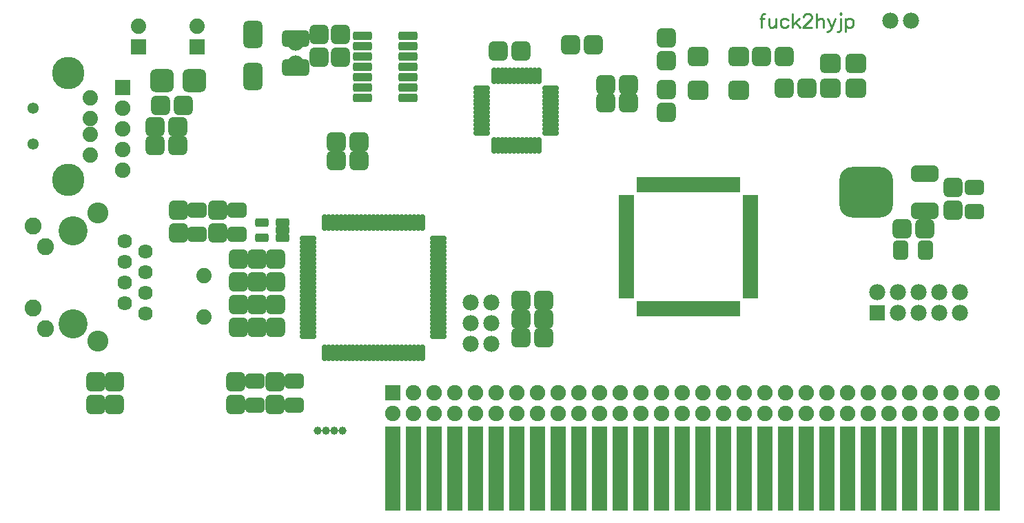
<source format=gts>
G04*
G04  File:            ZXINET.GTS, Wed Apr 03 20:41:27 2019*
G04  Source:          P-CAD 2006 PCB, Version 19.02.958, (Z:\home\lvd\d\zxiznet\pcad\revD\zxinet.pcb)*
G04  Format:          Gerber Format (RS-274-D), ASCII*
G04*
G04  Format Options:  Absolute Positioning*
G04                   Leading-Zero Suppression*
G04                   Scale Factor 1:1*
G04                   NO Circular Interpolation*
G04                   Millimeter Units*
G04                   Numeric Format: 4.4 (XXXX.XXXX)*
G04                   G54 NOT Used for Aperture Change*
G04                   Apertures Embedded*
G04*
G04  File Options:    Offset = (0.000mm,0.000mm)*
G04                   Drill Symbol Size = 2.032mm*
G04                   No Pad/Via Holes*
G04*
G04  File Contents:   Pads*
G04                   No Vias*
G04                   No Designators*
G04                   No Types*
G04                   No Values*
G04                   No Drill Symbols*
G04                   Top Mask*
G04*
%INZXINET.GTS*%
%ICAS*%
%MOMM*%
G04*
G04  Aperture MACROs for general use --- invoked via D-code assignment *
G04*
G04  General MACRO for flashed round with rotation and/or offset hole *
%AMROTOFFROUND*
1,1,$1,0.0000,0.0000*
1,0,$2,$3,$4*%
G04*
G04  General MACRO for flashed oval (obround) with rotation and/or offset hole *
%AMROTOFFOVAL*
21,1,$1,$2,0.0000,0.0000,$3*
1,1,$4,$5,$6*
1,1,$4,0-$5,0-$6*
1,0,$7,$8,$9*%
G04*
G04  General MACRO for flashed oval (obround) with rotation and no hole *
%AMROTOVALNOHOLE*
21,1,$1,$2,0.0000,0.0000,$3*
1,1,$4,$5,$6*
1,1,$4,0-$5,0-$6*%
G04*
G04  General MACRO for flashed rectangle with rotation and/or offset hole *
%AMROTOFFRECT*
21,1,$1,$2,0.0000,0.0000,$3*
1,0,$4,$5,$6*%
G04*
G04  General MACRO for flashed rectangle with rotation and no hole *
%AMROTRECTNOHOLE*
21,1,$1,$2,0.0000,0.0000,$3*%
G04*
G04  General MACRO for flashed rounded-rectangle *
%AMROUNDRECT*
21,1,$1,$2-$4,0.0000,0.0000,$3*
21,1,$1-$4,$2,0.0000,0.0000,$3*
1,1,$4,$5,$6*
1,1,$4,$7,$8*
1,1,$4,0-$5,0-$6*
1,1,$4,0-$7,0-$8*
1,0,$9,$10,$11*%
G04*
G04  General MACRO for flashed rounded-rectangle with rotation and no hole *
%AMROUNDRECTNOHOLE*
21,1,$1,$2-$4,0.0000,0.0000,$3*
21,1,$1-$4,$2,0.0000,0.0000,$3*
1,1,$4,$5,$6*
1,1,$4,$7,$8*
1,1,$4,0-$5,0-$6*
1,1,$4,0-$7,0-$8*%
G04*
G04  General MACRO for flashed regular polygon *
%AMREGPOLY*
5,1,$1,0.0000,0.0000,$2,$3+$4*
1,0,$5,$6,$7*%
G04*
G04  General MACRO for flashed regular polygon with no hole *
%AMREGPOLYNOHOLE*
5,1,$1,0.0000,0.0000,$2,$3+$4*%
G04*
G04  General MACRO for target *
%AMTARGET*
6,0,0,$1,$2,$3,4,$4,$5,$6*%
G04*
G04  General MACRO for mounting hole *
%AMMTHOLE*
1,1,$1,0,0*
1,0,$2,0,0*
$1=$1-$2*
$1=$1/2*
21,1,$2+$1,$3,0,0,$4*
21,1,$3,$2+$1,0,0,$4*%
G04*
G04*
G04  D10 : "Ellipse X0.254mm Y0.254mm H0.000mm 0.0deg (0.000mm,0.000mm) Draw"*
G04  Disc: OuterDia=0.2540*
%ADD10C, 0.2540*%
G04  D11 : "Ellipse X0.381mm Y0.381mm H0.000mm 0.0deg (0.000mm,0.000mm) Draw"*
G04  Disc: OuterDia=0.3810*
%ADD11C, 0.3810*%
G04  D12 : "Ellipse X0.500mm Y0.500mm H0.000mm 0.0deg (0.000mm,0.000mm) Draw"*
G04  Disc: OuterDia=0.5000*
%ADD12C, 0.5000*%
G04  D13 : "Ellipse X0.070mm Y0.070mm H0.000mm 0.0deg (0.000mm,0.000mm) Draw"*
G04  Disc: OuterDia=0.0700*
%ADD13C, 0.0700*%
G04  D14 : "Ellipse X0.600mm Y0.600mm H0.000mm 0.0deg (0.000mm,0.000mm) Draw"*
G04  Disc: OuterDia=0.6000*
%ADD14C, 0.6000*%
G04  D15 : "Ellipse X0.700mm Y0.700mm H0.000mm 0.0deg (0.000mm,0.000mm) Draw"*
G04  Disc: OuterDia=0.7000*
%ADD15C, 0.7000*%
G04  D16 : "Ellipse X0.100mm Y0.100mm H0.000mm 0.0deg (0.000mm,0.000mm) Draw"*
G04  Disc: OuterDia=0.1000*
%ADD16C, 0.1000*%
G04  D17 : "Ellipse X1.000mm Y1.000mm H0.000mm 0.0deg (0.000mm,0.000mm) Draw"*
G04  Disc: OuterDia=1.0000*
%ADD17C, 1.0000*%
G04  D18 : "Ellipse X0.127mm Y0.127mm H0.000mm 0.0deg (0.000mm,0.000mm) Draw"*
G04  Disc: OuterDia=0.1270*
%ADD18C, 0.1270*%
G04  D19 : "Ellipse X0.150mm Y0.150mm H0.000mm 0.0deg (0.000mm,0.000mm) Draw"*
G04  Disc: OuterDia=0.1500*
%ADD19C, 0.1500*%
G04  D20 : "Ellipse X0.200mm Y0.200mm H0.000mm 0.0deg (0.000mm,0.000mm) Draw"*
G04  Disc: OuterDia=0.2000*
%ADD20C, 0.2000*%
G04  D21 : "Ellipse X0.250mm Y0.250mm H0.000mm 0.0deg (0.000mm,0.000mm) Draw"*
G04  Disc: OuterDia=0.2500*
%ADD21C, 0.2500*%
G04  D22 : "Ellipse X0.250mm Y0.250mm H0.000mm 0.0deg (0.000mm,0.000mm) Draw"*
G04  Disc: OuterDia=0.2500*
%ADD22C, 0.2500*%
G04  D23 : "Ellipse X2.581mm Y2.581mm H0.000mm 0.0deg (0.000mm,0.000mm) Flash"*
G04  Disc: OuterDia=2.5810*
%ADD23C, 2.5810*%
G04  D24 : "Ellipse X3.581mm Y3.581mm H0.000mm 0.0deg (0.000mm,0.000mm) Flash"*
G04  Disc: OuterDia=3.5810*
%ADD24C, 3.5810*%
G04  D25 : "Ellipse X3.600mm Y3.600mm H0.000mm 0.0deg (0.000mm,0.000mm) Flash"*
G04  Disc: OuterDia=3.6000*
%ADD25C, 3.6000*%
G04  D26 : "Ellipse X3.981mm Y3.981mm H0.000mm 0.0deg (0.000mm,0.000mm) Flash"*
G04  Disc: OuterDia=3.9810*
%ADD26C, 3.9810*%
G04  D27 : "Ellipse X0.981mm Y0.981mm H0.000mm 0.0deg (0.000mm,0.000mm) Flash"*
G04  Disc: OuterDia=0.9810*
%ADD27C, 0.9810*%
G04  D28 : "Ellipse X1.381mm Y1.381mm H0.000mm 0.0deg (0.000mm,0.000mm) Flash"*
G04  Disc: OuterDia=1.3810*
%ADD28C, 1.3810*%
G04  D29 : "Ellipse X1.400mm Y1.400mm H0.000mm 0.0deg (0.000mm,0.000mm) Flash"*
G04  Disc: OuterDia=1.4000*
%ADD29C, 1.4000*%
G04  D30 : "Ellipse X1.500mm Y1.500mm H0.000mm 0.0deg (0.000mm,0.000mm) Flash"*
G04  Disc: OuterDia=1.5000*
%ADD30C, 1.5000*%
G04  D31 : "Ellipse X1.524mm Y1.524mm H0.000mm 0.0deg (0.000mm,0.000mm) Flash"*
G04  Disc: OuterDia=1.5240*
%ADD31C, 1.5240*%
G04  D32 : "Ellipse X1.600mm Y1.600mm H0.000mm 0.0deg (0.000mm,0.000mm) Flash"*
G04  Disc: OuterDia=1.6000*
%ADD32C, 1.6000*%
G04  D33 : "Ellipse X1.700mm Y1.700mm H0.000mm 0.0deg (0.000mm,0.000mm) Flash"*
G04  Disc: OuterDia=1.7000*
%ADD33C, 1.7000*%
G04  D34 : "Ellipse X1.781mm Y1.781mm H0.000mm 0.0deg (0.000mm,0.000mm) Flash"*
G04  Disc: OuterDia=1.7810*
%ADD34C, 1.7810*%
G04  D35 : "Ellipse X1.881mm Y1.881mm H0.000mm 0.0deg (0.000mm,0.000mm) Flash"*
G04  Disc: OuterDia=1.8810*
%ADD35C, 1.8810*%
G04  D36 : "Ellipse X1.905mm Y1.905mm H0.000mm 0.0deg (0.000mm,0.000mm) Flash"*
G04  Disc: OuterDia=1.9050*
%ADD36C, 1.9050*%
G04  D37 : "Ellipse X1.981mm Y1.981mm H0.000mm 0.0deg (0.000mm,0.000mm) Flash"*
G04  Disc: OuterDia=1.9810*
%ADD37C, 1.9810*%
G04  D38 : "Ellipse X2.081mm Y2.081mm H0.000mm 0.0deg (0.000mm,0.000mm) Flash"*
G04  Disc: OuterDia=2.0810*
%ADD38C, 2.0810*%
G04  D39 : "Ellipse X2.200mm Y2.200mm H0.000mm 0.0deg (0.000mm,0.000mm) Flash"*
G04  Disc: OuterDia=2.2000*
%ADD39C, 2.2000*%
G04  D40 : "Mounting Hole X3.200mm Y3.200mm H0.000mm 0.0deg (0.000mm,0.000mm) Flash"*
G04  Mounting Hole: Diameter=3.2000, Rotation=0.0, LineWidth=0.1270 *
%ADD40MTHOLE, 3.2000 X2.6920 X0.1270 X0.0*%
G04  D41 : "Mounting Hole X0.600mm Y0.600mm H0.000mm 0.0deg (0.000mm,0.000mm) Flash"*
G04  Mounting Hole: Diameter=0.6000, Rotation=0.0, LineWidth=0.1270 *
%ADD41MTHOLE, 0.6000 X0.0920 X0.1270 X0.0*%
G04  D42 : "Mounting Hole X1.000mm Y1.000mm H0.000mm 0.0deg (0.000mm,0.000mm) Flash"*
G04  Mounting Hole: Diameter=1.0000, Rotation=0.0, LineWidth=0.1270 *
%ADD42MTHOLE, 1.0000 X0.4920 X0.1270 X0.0*%
G04  D43 : "Rounded Rectangle X2.581mm Y2.381mm H0.000mm 0.0deg (0.000mm,0.000mm) Flash"*
G04  RoundRct: DimX=2.5810, DimY=2.3810, CornerRad=0.5953, Rotation=0.0, OffsetX=0.0000, OffsetY=0.0000, HoleDia=0.0000 *
%ADD43ROUNDRECTNOHOLE, 2.5810 X2.3810 X0.0 X1.1905 X-0.6953 X-0.5953 X-0.6953 X0.5953*%
G04  D44 : "Rounded Rectangle X2.881mm Y2.881mm H0.000mm 0.0deg (0.000mm,0.000mm) Flash"*
G04  RoundRct: DimX=2.8810, DimY=2.8810, CornerRad=0.7203, Rotation=0.0, OffsetX=0.0000, OffsetY=0.0000, HoleDia=0.0000 *
%ADD44ROUNDRECTNOHOLE, 2.8810 X2.8810 X0.0 X1.4405 X-0.7203 X-0.7203 X-0.7203 X0.7203*%
G04  D45 : "Rounded Rectangle X3.000mm Y1.600mm H0.000mm 0.0deg (0.000mm,0.000mm) Flash"*
G04  RoundRct: DimX=3.0000, DimY=1.6000, CornerRad=0.4000, Rotation=0.0, OffsetX=0.0000, OffsetY=0.0000, HoleDia=0.0000 *
%ADD45ROUNDRECTNOHOLE, 3.0000 X1.6000 X0.0 X0.8000 X-1.1000 X-0.4000 X-1.1000 X0.4000*%
G04  D46 : "Rounded Rectangle X2.000mm Y3.000mm H0.000mm 0.0deg (0.000mm,0.000mm) Flash"*
G04  RoundRct: DimX=2.0000, DimY=3.0000, CornerRad=0.5000, Rotation=0.0, OffsetX=0.0000, OffsetY=0.0000, HoleDia=0.0000 *
%ADD46ROUNDRECTNOHOLE, 2.0000 X3.0000 X0.0 X1.0000 X-0.5000 X-1.0000 X-0.5000 X1.0000*%
G04  D47 : "Rounded Rectangle X3.381mm Y1.981mm H0.000mm 0.0deg (0.000mm,0.000mm) Flash"*
G04  RoundRct: DimX=3.3810, DimY=1.9810, CornerRad=0.4953, Rotation=0.0, OffsetX=0.0000, OffsetY=0.0000, HoleDia=0.0000 *
%ADD47ROUNDRECTNOHOLE, 3.3810 X1.9810 X0.0 X0.9905 X-1.1953 X-0.4953 X-1.1953 X0.4953*%
G04  D48 : "Rounded Rectangle X2.381mm Y3.381mm H0.000mm 0.0deg (0.000mm,0.000mm) Flash"*
G04  RoundRct: DimX=2.3810, DimY=3.3810, CornerRad=0.5953, Rotation=0.0, OffsetX=0.0000, OffsetY=0.0000, HoleDia=0.0000 *
%ADD48ROUNDRECTNOHOLE, 2.3810 X3.3810 X0.0 X1.1905 X-0.5953 X-1.0953 X-0.5953 X1.0953*%
G04  D49 : "Rounded Rectangle X2.000mm Y0.500mm H0.000mm 0.0deg (0.000mm,0.000mm) Flash"*
G04  RoundRct: DimX=2.0000, DimY=0.5000, CornerRad=0.1250, Rotation=0.0, OffsetX=0.0000, OffsetY=0.0000, HoleDia=0.0000 *
%ADD49ROUNDRECTNOHOLE, 2.0000 X0.5000 X0.0 X0.2500 X-0.8750 X-0.1250 X-0.8750 X0.1250*%
G04  D50 : "Rounded Rectangle X6.200mm Y5.800mm H0.000mm 0.0deg (0.000mm,0.000mm) Flash"*
G04  RoundRct: DimX=6.2000, DimY=5.8000, CornerRad=1.4500, Rotation=0.0, OffsetX=0.0000, OffsetY=0.0000, HoleDia=0.0000 *
%ADD50ROUNDRECTNOHOLE, 6.2000 X5.8000 X0.0 X2.9000 X-1.6500 X-1.4500 X-1.6500 X1.4500*%
G04  D51 : "Rounded Rectangle X6.581mm Y6.181mm H0.000mm 0.0deg (0.000mm,0.000mm) Flash"*
G04  RoundRct: DimX=6.5810, DimY=6.1810, CornerRad=1.5453, Rotation=0.0, OffsetX=0.0000, OffsetY=0.0000, HoleDia=0.0000 *
%ADD51ROUNDRECTNOHOLE, 6.5810 X6.1810 X0.0 X3.0905 X-1.7453 X-1.5453 X-1.7453 X1.5453*%
G04  D52 : "Rounded Rectangle X1.300mm Y0.700mm H0.000mm 0.0deg (0.000mm,0.000mm) Flash"*
G04  RoundRct: DimX=1.3000, DimY=0.7000, CornerRad=0.1750, Rotation=0.0, OffsetX=0.0000, OffsetY=0.0000, HoleDia=0.0000 *
%ADD52ROUNDRECTNOHOLE, 1.3000 X0.7000 X0.0 X0.3500 X-0.4750 X-0.1750 X-0.4750 X0.1750*%
G04  D53 : "Rounded Rectangle X2.381mm Y0.881mm H0.000mm 0.0deg (0.000mm,0.000mm) Flash"*
G04  RoundRct: DimX=2.3810, DimY=0.8810, CornerRad=0.2203, Rotation=0.0, OffsetX=0.0000, OffsetY=0.0000, HoleDia=0.0000 *
%ADD53ROUNDRECTNOHOLE, 2.3810 X0.8810 X0.0 X0.4405 X-0.9703 X-0.2203 X-0.9703 X0.2203*%
G04  D54 : "Rounded Rectangle X1.681mm Y1.081mm H0.000mm 0.0deg (0.000mm,0.000mm) Flash"*
G04  RoundRct: DimX=1.6810, DimY=1.0810, CornerRad=0.2703, Rotation=0.0, OffsetX=0.0000, OffsetY=0.0000, HoleDia=0.0000 *
%ADD54ROUNDRECTNOHOLE, 1.6810 X1.0810 X0.0 X0.5405 X-0.5702 X-0.2703 X-0.5702 X0.2703*%
G04  D55 : "Rounded Rectangle X1.500mm Y2.000mm H0.000mm 0.0deg (0.000mm,0.000mm) Flash"*
G04  RoundRct: DimX=1.5000, DimY=2.0000, CornerRad=0.3750, Rotation=0.0, OffsetX=0.0000, OffsetY=0.0000, HoleDia=0.0000 *
%ADD55ROUNDRECTNOHOLE, 1.5000 X2.0000 X0.0 X0.7500 X-0.3750 X-0.6250 X-0.3750 X0.6250*%
G04  D56 : "Rounded Rectangle X2.000mm Y1.500mm H0.000mm 0.0deg (0.000mm,0.000mm) Flash"*
G04  RoundRct: DimX=2.0000, DimY=1.5000, CornerRad=0.3750, Rotation=0.0, OffsetX=0.0000, OffsetY=0.0000, HoleDia=0.0000 *
%ADD56ROUNDRECTNOHOLE, 2.0000 X1.5000 X0.0 X0.7500 X-0.6250 X-0.3750 X-0.6250 X0.3750*%
G04  D57 : "Rounded Rectangle X1.600mm Y0.300mm H0.000mm 0.0deg (0.000mm,0.000mm) Flash"*
G04  RoundRct: DimX=1.6000, DimY=0.3000, CornerRad=0.0750, Rotation=0.0, OffsetX=0.0000, OffsetY=0.0000, HoleDia=0.0000 *
%ADD57ROUNDRECTNOHOLE, 1.6000 X0.3000 X0.0 X0.1500 X-0.7250 X-0.0750 X-0.7250 X0.0750*%
G04  D58 : "Rounded Rectangle X0.300mm Y1.600mm H0.000mm 0.0deg (0.000mm,0.000mm) Flash"*
G04  RoundRct: DimX=0.3000, DimY=1.6000, CornerRad=0.0750, Rotation=0.0, OffsetX=0.0000, OffsetY=0.0000, HoleDia=0.0000 *
%ADD58ROUNDRECTNOHOLE, 0.3000 X1.6000 X0.0 X0.1500 X-0.0750 X-0.7250 X-0.0750 X0.7250*%
G04  D59 : "Rounded Rectangle X3.000mm Y1.700mm H0.000mm 0.0deg (0.000mm,0.000mm) Flash"*
G04  RoundRct: DimX=3.0000, DimY=1.7000, CornerRad=0.4250, Rotation=0.0, OffsetX=0.0000, OffsetY=0.0000, HoleDia=0.0000 *
%ADD59ROUNDRECTNOHOLE, 3.0000 X1.7000 X0.0 X0.8500 X-1.0750 X-0.4250 X-1.0750 X0.4250*%
G04  D60 : "Rounded Rectangle X1.881mm Y2.381mm H0.000mm 0.0deg (0.000mm,0.000mm) Flash"*
G04  RoundRct: DimX=1.8810, DimY=2.3810, CornerRad=0.4703, Rotation=0.0, OffsetX=0.0000, OffsetY=0.0000, HoleDia=0.0000 *
%ADD60ROUNDRECTNOHOLE, 1.8810 X2.3810 X0.0 X0.9405 X-0.4703 X-0.7203 X-0.4703 X0.7203*%
G04  D61 : "Rounded Rectangle X2.381mm Y1.881mm H0.000mm 0.0deg (0.000mm,0.000mm) Flash"*
G04  RoundRct: DimX=2.3810, DimY=1.8810, CornerRad=0.4703, Rotation=0.0, OffsetX=0.0000, OffsetY=0.0000, HoleDia=0.0000 *
%ADD61ROUNDRECTNOHOLE, 2.3810 X1.8810 X0.0 X0.9405 X-0.7203 X-0.4703 X-0.7203 X0.4703*%
G04  D62 : "Rounded Rectangle X1.981mm Y0.681mm H0.000mm 0.0deg (0.000mm,0.000mm) Flash"*
G04  RoundRct: DimX=1.9810, DimY=0.6810, CornerRad=0.1703, Rotation=0.0, OffsetX=0.0000, OffsetY=0.0000, HoleDia=0.0000 *
%ADD62ROUNDRECTNOHOLE, 1.9810 X0.6810 X0.0 X0.3405 X-0.8203 X-0.1703 X-0.8203 X0.1703*%
G04  D63 : "Rounded Rectangle X0.681mm Y1.981mm H0.000mm 0.0deg (0.000mm,0.000mm) Flash"*
G04  RoundRct: DimX=0.6810, DimY=1.9810, CornerRad=0.1703, Rotation=0.0, OffsetX=0.0000, OffsetY=0.0000, HoleDia=0.0000 *
%ADD63ROUNDRECTNOHOLE, 0.6810 X1.9810 X0.0 X0.3405 X-0.1703 X-0.8203 X-0.1703 X0.8203*%
G04  D64 : "Rounded Rectangle X3.000mm Y2.000mm H0.000mm 0.0deg (0.000mm,0.000mm) Flash"*
G04  RoundRct: DimX=3.0000, DimY=2.0000, CornerRad=0.5000, Rotation=0.0, OffsetX=0.0000, OffsetY=0.0000, HoleDia=0.0000 *
%ADD64ROUNDRECTNOHOLE, 3.0000 X2.0000 X0.0 X1.0000 X-1.0000 X-0.5000 X-1.0000 X0.5000*%
G04  D65 : "Rounded Rectangle X2.000mm Y0.650mm H0.000mm 0.0deg (0.000mm,0.000mm) Flash"*
G04  RoundRct: DimX=2.0000, DimY=0.6500, CornerRad=0.1625, Rotation=0.0, OffsetX=0.0000, OffsetY=0.0000, HoleDia=0.0000 *
%ADD65ROUNDRECTNOHOLE, 2.0000 X0.6500 X0.0 X0.3250 X-0.8375 X-0.1625 X-0.8375 X0.1625*%
G04  D66 : "Rounded Rectangle X2.000mm Y2.000mm H0.000mm 0.0deg (0.000mm,0.000mm) Flash"*
G04  RoundRct: DimX=2.0000, DimY=2.0000, CornerRad=0.5000, Rotation=0.0, OffsetX=0.0000, OffsetY=0.0000, HoleDia=0.0000 *
%ADD66ROUNDRECTNOHOLE, 2.0000 X2.0000 X0.0 X1.0000 X-0.5000 X-0.5000 X-0.5000 X0.5000*%
G04  D67 : "Rounded Rectangle X3.381mm Y2.081mm H0.000mm 0.0deg (0.000mm,0.000mm) Flash"*
G04  RoundRct: DimX=3.3810, DimY=2.0810, CornerRad=0.5202, Rotation=0.0, OffsetX=0.0000, OffsetY=0.0000, HoleDia=0.0000 *
%ADD67ROUNDRECTNOHOLE, 3.3810 X2.0810 X0.0 X1.0405 X-1.1703 X-0.5202 X-1.1703 X0.5202*%
G04  D68 : "Rounded Rectangle X2.200mm Y2.000mm H0.000mm 0.0deg (0.000mm,0.000mm) Flash"*
G04  RoundRct: DimX=2.2000, DimY=2.0000, CornerRad=0.5000, Rotation=0.0, OffsetX=0.0000, OffsetY=0.0000, HoleDia=0.0000 *
%ADD68ROUNDRECTNOHOLE, 2.2000 X2.0000 X0.0 X1.0000 X-0.6000 X-0.5000 X-0.6000 X0.5000*%
G04  D69 : "Rounded Rectangle X3.381mm Y2.381mm H0.000mm 0.0deg (0.000mm,0.000mm) Flash"*
G04  RoundRct: DimX=3.3810, DimY=2.3810, CornerRad=0.5953, Rotation=0.0, OffsetX=0.0000, OffsetY=0.0000, HoleDia=0.0000 *
%ADD69ROUNDRECTNOHOLE, 3.3810 X2.3810 X0.0 X1.1905 X-1.0953 X-0.5953 X-1.0953 X0.5953*%
G04  D70 : "Rounded Rectangle X2.381mm Y1.031mm H0.000mm 0.0deg (0.000mm,0.000mm) Flash"*
G04  RoundRct: DimX=2.3810, DimY=1.0310, CornerRad=0.2578, Rotation=0.0, OffsetX=0.0000, OffsetY=0.0000, HoleDia=0.0000 *
%ADD70ROUNDRECTNOHOLE, 2.3810 X1.0310 X0.0 X0.5155 X-0.9328 X-0.2578 X-0.9328 X0.2578*%
G04  D71 : "Rounded Rectangle X2.381mm Y2.381mm H0.000mm 0.0deg (0.000mm,0.000mm) Flash"*
G04  RoundRct: DimX=2.3810, DimY=2.3810, CornerRad=0.5953, Rotation=0.0, OffsetX=0.0000, OffsetY=0.0000, HoleDia=0.0000 *
%ADD71ROUNDRECTNOHOLE, 2.3810 X2.3810 X0.0 X1.1905 X-0.5953 X-0.5953 X-0.5953 X0.5953*%
G04  D72 : "Rounded Rectangle X2.500mm Y2.500mm H0.000mm 0.0deg (0.000mm,0.000mm) Flash"*
G04  RoundRct: DimX=2.5000, DimY=2.5000, CornerRad=0.6250, Rotation=0.0, OffsetX=0.0000, OffsetY=0.0000, HoleDia=0.0000 *
%ADD72ROUNDRECTNOHOLE, 2.5000 X2.5000 X0.0 X1.2500 X-0.6250 X-0.6250 X-0.6250 X0.6250*%
G04  D73 : "Rectangle X1.500mm Y10.000mm H0.000mm 0.0deg (0.000mm,0.000mm) Flash"*
G04  Rectangular: DimX=1.5000, DimY=10.0000, Rotation=0.0, OffsetX=0.0000, OffsetY=0.0000, HoleDia=0.0000 *
%ADD73R, 1.5000 X10.0000*%
G04  D74 : "Rectangle X1.500mm Y1.500mm H0.000mm 0.0deg (0.000mm,0.000mm) Flash"*
G04  Square: Side=1.5000, Rotation=0.0, OffsetX=0.0000, OffsetY=0.0000, HoleDia=0.0000*
%ADD74R, 1.5000 X1.5000*%
G04  D75 : "Rectangle X1.524mm Y1.524mm H0.000mm 0.0deg (0.000mm,0.000mm) Flash"*
G04  Square: Side=1.5240, Rotation=0.0, OffsetX=0.0000, OffsetY=0.0000, HoleDia=0.0000*
%ADD75R, 1.5240 X1.5240*%
G04  D76 : "Rectangle X1.600mm Y0.300mm H0.000mm 0.0deg (0.000mm,0.000mm) Flash"*
G04  Rectangular: DimX=1.6000, DimY=0.3000, Rotation=0.0, OffsetX=0.0000, OffsetY=0.0000, HoleDia=0.0000 *
%ADD76R, 1.6000 X0.3000*%
G04  D77 : "Rectangle X0.300mm Y1.600mm H0.000mm 0.0deg (0.000mm,0.000mm) Flash"*
G04  Rectangular: DimX=0.3000, DimY=1.6000, Rotation=0.0, OffsetX=0.0000, OffsetY=0.0000, HoleDia=0.0000 *
%ADD77R, 0.3000 X1.6000*%
G04  D78 : "Rectangle X1.600mm Y1.600mm H0.000mm 0.0deg (0.000mm,0.000mm) Flash"*
G04  Square: Side=1.6000, Rotation=0.0, OffsetX=0.0000, OffsetY=0.0000, HoleDia=0.0000*
%ADD78R, 1.6000 X1.6000*%
G04  D79 : "Rectangle X1.881mm Y10.381mm H0.000mm 0.0deg (0.000mm,0.000mm) Flash"*
G04  Rectangular: DimX=1.8810, DimY=10.3810, Rotation=0.0, OffsetX=0.0000, OffsetY=0.0000, HoleDia=0.0000 *
%ADD79R, 1.8810 X10.3810*%
G04  D80 : "Rectangle X1.881mm Y1.881mm H0.000mm 0.0deg (0.000mm,0.000mm) Flash"*
G04  Square: Side=1.8810, Rotation=0.0, OffsetX=0.0000, OffsetY=0.0000, HoleDia=0.0000*
%ADD80R, 1.8810 X1.8810*%
G04  D81 : "Rectangle X1.905mm Y1.905mm H0.000mm 0.0deg (0.000mm,0.000mm) Flash"*
G04  Square: Side=1.9050, Rotation=0.0, OffsetX=0.0000, OffsetY=0.0000, HoleDia=0.0000*
%ADD81R, 1.9050 X1.9050*%
G04  D82 : "Rectangle X1.981mm Y0.681mm H0.000mm 0.0deg (0.000mm,0.000mm) Flash"*
G04  Rectangular: DimX=1.9810, DimY=0.6810, Rotation=0.0, OffsetX=0.0000, OffsetY=0.0000, HoleDia=0.0000 *
%ADD82R, 1.9810 X0.6810*%
G04  D83 : "Rectangle X0.681mm Y1.981mm H0.000mm 0.0deg (0.000mm,0.000mm) Flash"*
G04  Rectangular: DimX=0.6810, DimY=1.9810, Rotation=0.0, OffsetX=0.0000, OffsetY=0.0000, HoleDia=0.0000 *
%ADD83R, 0.6810 X1.9810*%
G04  D84 : "Rectangle X1.981mm Y1.981mm H0.000mm 0.0deg (0.000mm,0.000mm) Flash"*
G04  Square: Side=1.9810, Rotation=0.0, OffsetX=0.0000, OffsetY=0.0000, HoleDia=0.0000*
%ADD84R, 1.9810 X1.9810*%
G04  D85 : "Ellipse X5.500mm Y5.500mm H0.000mm 0.0deg (0.000mm,0.000mm) Flash"*
G04  Disc: OuterDia=5.5000*
%ADD85C, 5.5000*%
G04  D86 : "Ellipse X5.881mm Y5.881mm H0.000mm 0.0deg (0.000mm,0.000mm) Flash"*
G04  Disc: OuterDia=5.8810*
%ADD86C, 5.8810*%
G04  D87 : "Ellipse X1.000mm Y1.000mm H0.000mm 0.0deg (0.000mm,0.000mm) Flash"*
G04  Disc: OuterDia=1.0000*
%ADD87C, 1.0000*%
G04*
%FSLAX44Y44*%
%SFA1B1*%
%OFA0.000B0.000*%
G04*
G71*
G90*
G01*
D2*
%LNTop Mask*%
D10*
X1115937Y4542225*
X1114350D1*
X1112762Y4541431*
X1111968Y4539050*
Y4525556*
X1109587Y4536668D2*
X1115143D1*
X1120700D2*
Y4528731D1*
X1121493Y4526350*
X1123081Y4525556*
X1125462*
X1127050Y4526350*
X1129431Y4528731*
Y4536668D2*
Y4525556D1*
X1144512Y4534287D2*
X1142924Y4535875D1*
X1141337Y4536668*
X1138956*
X1137368Y4535875*
X1135781Y4534287*
X1134987Y4531906*
Y4530318*
X1135781Y4527937*
X1137368Y4526350*
X1138956Y4525556*
X1141337*
X1142924Y4526350*
X1144512Y4527937*
X1150068Y4542225D2*
Y4525556D1*
X1158006Y4536668D2*
X1150068Y4528731D1*
X1153243Y4531906D2*
X1158799Y4525556D1*
X1163562Y4538256D2*
Y4539050D1*
X1164356Y4540637*
X1165150Y4541431*
X1166737Y4542225*
X1169912*
X1171500Y4541431*
X1172293Y4540637*
X1173087Y4539050*
Y4537462*
X1172293Y4535875*
X1170706Y4533493*
X1162768Y4525556*
X1173881*
X1179437Y4542225D2*
Y4525556D1*
Y4533493D2*
X1181818Y4535875D1*
X1183406Y4536668*
X1185787*
X1187375Y4535875*
X1188168Y4533493*
Y4525556*
X1192931Y4536668D2*
X1197693Y4525556D1*
X1196106Y4522381*
X1194518Y4520793*
X1192931Y4520000*
X1192137*
X1202456Y4536668D2*
X1197693Y4525556D1*
X1208012Y4542225D2*
X1208806Y4541431D1*
X1209599Y4542225*
X1208806Y4543018*
X1208012Y4542225*
X1208806Y4536668D2*
Y4523175D1*
X1208012Y4520793*
X1206424Y4520000*
X1204837*
X1215156Y4536668D2*
Y4520000D1*
Y4534287D2*
X1216743Y4535875D1*
X1218331Y4536668*
X1220712*
X1222299Y4535875*
X1223887Y4534287*
X1224681Y4531906*
Y4530318*
X1223887Y4527937*
X1222299Y4526350*
X1220712Y4525556*
X1218331*
X1216743Y4526350*
X1215156Y4527937*
D2*
D71*
X492000Y4213000D3*
Y4240940D3*
D27*
X596500Y4030500D3*
X586500D3*
X576500D3*
X566500D3*
D37*
X1270000Y4533900D3*
D35*
X427000Y4170200D3*
Y4221000D3*
D71*
X514000Y4062000D3*
Y4089940D3*
D61*
X489000Y4091000D3*
Y4061000D3*
D71*
X515000Y4157000D3*
Y4184940D3*
X492000Y4157000D3*
Y4184940D3*
X568000Y4489000D3*
Y4516940D3*
X594000Y4489000D3*
Y4516940D3*
X816000Y4497000D3*
X788060D3*
X444000Y4273000D3*
Y4300940D3*
D61*
X418000Y4301000D3*
Y4271000D3*
D71*
X395000Y4301000D3*
Y4273060D3*
X1347000Y4329000D3*
Y4301060D3*
X317000Y4090000D3*
Y4062060D3*
X294000Y4090000D3*
Y4062060D3*
X469000Y4213000D3*
Y4240940D3*
X515000Y4213000D3*
Y4240940D3*
X366560Y4403820D3*
X394500D3*
X366560Y4380960D3*
X394500D3*
X617000Y4362000D3*
X589060D3*
X617000Y4385000D3*
X589060D3*
D44*
X415000Y4460000D3*
X375000D3*
D71*
X816000Y4167000D3*
X843940D3*
X816000Y4144000D3*
X843940D3*
D37*
X780100Y4162010D3*
X754700D3*
D71*
X1140000Y4451000D3*
X1167940D3*
D60*
X1283000Y4252000D3*
X1313000D3*
D37*
X1295400Y4533900D3*
D28*
X217000Y4426000D3*
Y4382000D3*
D35*
X287000Y4369000D3*
Y4439000D3*
Y4414000D3*
Y4394000D3*
D26*
X259900Y4338300D3*
Y4469700D3*
D61*
X538000Y4091000D3*
Y4061000D3*
D71*
X466000Y4090000D3*
Y4062060D3*
X469000Y4185000D3*
Y4157060D3*
D35*
X418000Y4527000D3*
D80*
Y4501600D3*
D48*
X487000Y4465000D3*
Y4517000D3*
D71*
X401000Y4430000D3*
X373060D3*
D67*
X539000Y4476220D3*
D37*
Y4481300D3*
D67*
Y4511780D3*
D37*
Y4506700D3*
D71*
X816000Y4190000D3*
X843940D3*
D37*
X780100Y4187410D3*
X754700D3*
X780100Y4136610D3*
X754700D3*
D71*
X877000Y4504000D3*
X904940D3*
D63*
X783000Y4466000D3*
X788000D3*
X793000D3*
X798000D3*
X803000D3*
X808000D3*
D62*
X768000Y4426000D3*
Y4431000D3*
Y4436000D3*
Y4441000D3*
Y4446000D3*
Y4451000D3*
D63*
X818000Y4466000D3*
X823000D3*
X828000D3*
X833000D3*
X838000D3*
D62*
X853000Y4451000D3*
Y4446000D3*
Y4441000D3*
Y4436000D3*
Y4431000D3*
Y4426000D3*
D63*
X808000Y4381000D3*
X803000D3*
X798000D3*
X793000D3*
X788000D3*
X783000D3*
D62*
X768000Y4396000D3*
Y4401000D3*
Y4406000D3*
Y4411000D3*
Y4416000D3*
X853000Y4411000D3*
Y4406000D3*
Y4401000D3*
Y4396000D3*
D63*
X833000Y4381000D3*
X828000D3*
X823000D3*
X818000D3*
X838000D3*
D62*
X853000Y4416000D3*
D63*
X813000Y4466000D3*
Y4381000D3*
D62*
X768000Y4421000D3*
X853000D3*
D71*
X995000Y4513000D3*
Y4485060D3*
Y4421000D3*
Y4448940D3*
X1140000Y4490000D3*
X1112060D3*
D43*
X1034000Y4448000D3*
Y4490000D3*
X1084000Y4448000D3*
Y4490000D3*
D71*
X1284000Y4278000D3*
X1311940D3*
D54*
X523500Y4276500D3*
Y4286000D3*
X497500D3*
X523500Y4267000D3*
X497500D3*
D61*
X467000Y4301000D3*
Y4271000D3*
X1373000Y4329000D3*
Y4299000D3*
D71*
X948000Y4455000D3*
X920060D3*
X920000Y4433000D3*
X947940D3*
D84*
X1254000Y4175000D3*
D37*
Y4200400D3*
X1355600D3*
Y4175000D3*
X1330200D3*
Y4200400D3*
X1304800Y4175000D3*
Y4200400D3*
X1279400Y4175000D3*
Y4200400D3*
D36*
X327000Y4426400D3*
Y4401000D3*
Y4350200D3*
Y4375600D3*
D81*
Y4451800D3*
D35*
X346000Y4527000D3*
D80*
Y4501600D3*
D70*
X677000Y4515200D3*
Y4502500D3*
Y4477100D3*
Y4489800D3*
Y4451700D3*
Y4439000D3*
X621120Y4515200D3*
Y4502500D3*
Y4477100D3*
Y4489800D3*
Y4451700D3*
Y4439000D3*
X677000Y4464400D3*
X621120D3*
D43*
X1228000Y4451000D3*
Y4481000D3*
X1196000Y4451000D3*
Y4481000D3*
D47*
X1312580Y4300140D3*
Y4345860D3*
D51*
X1240780Y4323000D3*
D83*
X1082000Y4332000D3*
X1077000D3*
X1072000D3*
X1067000D3*
X1062000D3*
X1057000D3*
X1052000D3*
X1047000D3*
X1042000D3*
X1037000D3*
X1032000D3*
X1027000D3*
X1022000D3*
X1017000D3*
X1011999D3*
X1006999D3*
X1001999D3*
X996999D3*
X991999D3*
X986999D3*
X981999D3*
X977000D3*
X972000D3*
X967000D3*
X962000D3*
D82*
X946000Y4316000D3*
Y4311000D3*
Y4306000D3*
Y4301000D3*
Y4296000D3*
Y4291000D3*
Y4286000D3*
Y4281000D3*
Y4276000D3*
Y4271000D3*
Y4266000D3*
Y4260999D3*
Y4255999D3*
Y4250999D3*
Y4245999D3*
Y4240999D3*
Y4235999D3*
Y4230999D3*
Y4226000D3*
Y4221000D3*
Y4216000D3*
Y4211000D3*
Y4206000D3*
Y4201000D3*
Y4196000D3*
D83*
X962000Y4180000D3*
X967000D3*
X972000D3*
X977000D3*
X981999D3*
X986999D3*
X991999D3*
X996999D3*
X1001999D3*
X1006999D3*
X1011999D3*
X1017000D3*
X1022000D3*
X1027000D3*
X1032000D3*
X1037000D3*
X1042000D3*
X1047000D3*
X1052000D3*
X1057000D3*
X1062000D3*
X1067000D3*
X1072000D3*
X1077000D3*
X1082000D3*
D82*
X1098000Y4196000D3*
Y4201000D3*
Y4206000D3*
Y4211000D3*
Y4216000D3*
Y4221000D3*
Y4226000D3*
Y4230999D3*
Y4235999D3*
Y4240999D3*
Y4245999D3*
Y4250999D3*
Y4255999D3*
Y4260999D3*
Y4266000D3*
Y4271000D3*
Y4276000D3*
Y4281000D3*
Y4286000D3*
Y4291000D3*
Y4296000D3*
Y4301000D3*
Y4306000D3*
Y4311000D3*
Y4316000D3*
D63*
X655000Y4126000D3*
X660000D3*
X665000D3*
X670000D3*
X675000D3*
X680000D3*
X685000D3*
X690000D3*
X695000D3*
D62*
X715000Y4151000D3*
Y4146000D3*
D63*
X580000Y4126000D3*
X585000D3*
X590000D3*
X595000D3*
X600000D3*
X605000D3*
X610000D3*
X615000D3*
X620000D3*
X625000D3*
X630000D3*
X635000D3*
X640000D3*
X645000D3*
D62*
X555000Y4151000D3*
Y4146000D3*
X715000Y4226000D3*
Y4171000D3*
Y4176000D3*
Y4181000D3*
Y4186000D3*
Y4191000D3*
Y4196000D3*
Y4201000D3*
Y4206000D3*
Y4211000D3*
Y4216000D3*
Y4221000D3*
Y4166000D3*
X555000Y4186000D3*
Y4181000D3*
Y4176000D3*
Y4171000D3*
Y4226000D3*
Y4221000D3*
Y4216000D3*
Y4211000D3*
Y4206000D3*
Y4201000D3*
Y4196000D3*
Y4191000D3*
Y4166000D3*
X715000Y4246000D3*
Y4251000D3*
Y4256000D3*
Y4261000D3*
Y4266000D3*
Y4241000D3*
D63*
X690000Y4286000D3*
X685000D3*
X680000D3*
X675000D3*
X670000D3*
X665000D3*
X660000D3*
X655000D3*
X695000D3*
X615000D3*
X610000D3*
X605000D3*
X600000D3*
X595000D3*
X590000D3*
X585000D3*
X580000D3*
X645000D3*
X640000D3*
X635000D3*
X630000D3*
X625000D3*
X620000D3*
D62*
X555000Y4261000D3*
Y4256000D3*
Y4251000D3*
Y4246000D3*
Y4266000D3*
Y4241000D3*
D63*
X575000Y4126000D3*
X650000D3*
X575000Y4286000D3*
X650000D3*
D62*
X715000Y4156000D3*
Y4231000D3*
Y4236000D3*
Y4161000D3*
X555000Y4156000D3*
Y4231000D3*
Y4161000D3*
Y4236000D3*
D23*
X296000Y4139800D3*
D38*
X231700Y4155300D3*
D34*
X329000Y4237600D3*
Y4212200D3*
D23*
X296000Y4297300D3*
D38*
X216500Y4281800D3*
D34*
X354400Y4174100D3*
Y4199500D3*
Y4224900D3*
Y4250300D3*
X329000Y4263000D3*
Y4186800D3*
D38*
X231700Y4256400D3*
X216500Y4180700D3*
D24*
X265500Y4161400D3*
Y4275700D3*
D36*
X683930Y4076570D3*
D81*
X658530D3*
D36*
X734730D3*
X760130D3*
X810930D3*
X836330D3*
X887130D3*
X912530D3*
X963330D3*
X988730D3*
X1039530D3*
X1064930D3*
X1115730D3*
X1141130D3*
X1191930D3*
X1217330D3*
X1268130D3*
X1293530D3*
X1344330D3*
X1369730D3*
X658530Y4051170D3*
X683930D3*
X734730D3*
X760130D3*
X810930D3*
X836330D3*
X887130D3*
X912530D3*
X963330D3*
X988730D3*
X1039530D3*
X1064930D3*
X1115730D3*
X1141130D3*
X1191930D3*
X1217330D3*
X1268130D3*
X1293530D3*
X1344330D3*
X1369730D3*
X709330Y4076570D3*
X785530D3*
X861730D3*
X937930D3*
X1014130D3*
X1090330D3*
X1166530D3*
X1242730D3*
X1318930D3*
X1395130D3*
X709330Y4051170D3*
X785530D3*
X861730D3*
X937930D3*
X1014130D3*
X1090330D3*
X1166530D3*
X1242730D3*
X1318930D3*
X1395130D3*
D79*
X658530Y3983860D3*
X709330D3*
X734730D3*
X785530D3*
X810930D3*
X861730D3*
X887130D3*
X937930D3*
X963330D3*
X1014130D3*
X1039530D3*
X1090330D3*
X1115730D3*
X1166530D3*
X1191930D3*
X1242730D3*
X1268130D3*
X1318930D3*
X1344330D3*
X1395130D3*
X683930D3*
X760130D3*
X836330D3*
X912530D3*
X988730D3*
X1064930D3*
X1141130D3*
X1217330D3*
X1293530D3*
X1369730D3*
D02M02*

</source>
